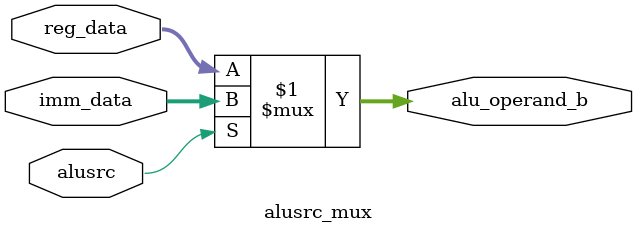
<source format=v>
module MemtoRegMux (
    input wire [31:0] ALUResult,
    input wire [31:0] MemData,
    input wire MemtoReg,
    output wire [31:0] WriteData
);
    assign WriteData = (MemtoReg) ? MemData : ALUResult;
endmodule


module PCSrc_Mux (
    input wire [31:0] PC_plus_4,
    input wire [31:0] BranchAddress,
    input wire PCSrc,
    output wire [31:0] NextPC
);
    assign NextPC = (PCSrc) ? BranchAddress : PC_plus_4;
endmodule

module RegDst_Mux (
    input wire [4:0] rt,
    input wire [4:0] rd,
    input wire RegDst,
    output wire [4:0] RegDstOut
);
    assign RegDstOut = (RegDst) ? rd : rt;
endmodule

module alusrc_mux(
    input [31:0] reg_data,        // Valor lido do registrador (ReadData2)
    input [31:0] imm_data,        // Immediate estendido (SignExtend)
    input alusrc,                 // Sinal de controle: 0 = registrador, 1 = immediate
    output [31:0] alu_operand_b   // Saída para a ALU
);
    assign alu_operand_b = (alusrc) ? imm_data : reg_data;
endmodule
</source>
